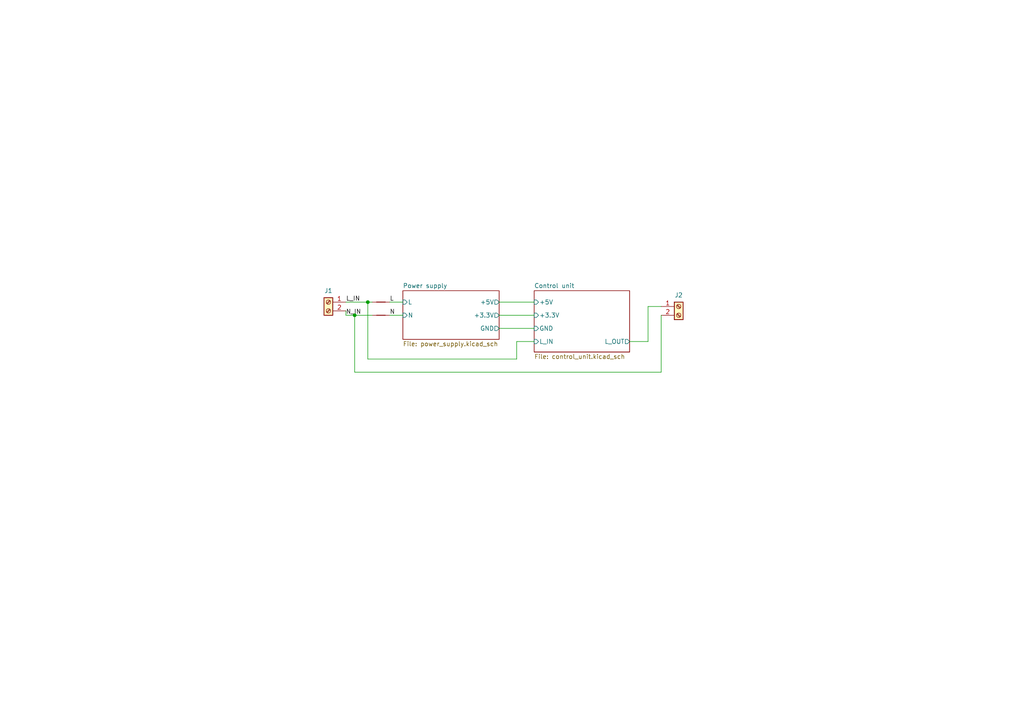
<source format=kicad_sch>
(kicad_sch (version 20250114) (generator "eeschema") (generator_version "9.0")
  (paper "A4")
  (title_block (title "ESP32-H2 smart relay") (date "2025-05-01") (rev "0.1") (company "SIVAKOV.TECH") (comment 1 "SMD version for manufacturing"))
  (lib_symbols
    (symbol "Device:NetTie_2" (pin_numbers (hide yes)) (pin_names (offset 0) (hide yes)) (in_bom no)
      (property "Reference" "NT" (at 0 1.27 0))
      (property "Value" "NetTie_2" (at 0 -1.27 0))
      (symbol "NetTie_2_0_1"
        (polyline (pts (xy -1.27 0) (xy 1.27 0)) (stroke (width 0.254)))
      )
      (symbol "NetTie_2_1_1"
        (pin passive line (at -2.54 0 0) (length 2.54) (name "1") (number "1"))
        (pin passive line (at 2.54 0 180) (length 2.54) (name "2") (number "2"))
      )
    )
    (symbol "Screw_Terminal_01x02_2" (pin_names (offset 1.016) (hide yes))
      (property "Reference" "J" (at 0 2.54 0))
      (property "Value" "Screw_Terminal_01x02" (at 0 -5.08 0))
      (symbol "Screw_Terminal_01x02_2_1_1"
        (rectangle (start -1.27 1.27) (end 1.27 -3.81) (stroke (width 0.254)) (fill (type background)))
        (polyline (pts (xy -0.5334 0.3302) (xy 0.3302 -0.508)) (stroke (width 0.1524)))
        (polyline (pts (xy -0.5334 -2.2098) (xy 0.3302 -3.048)) (stroke (width 0.1524)))
        (polyline (pts (xy -0.3556 0.508) (xy 0.508 -0.3302)) (stroke (width 0.1524)))
        (polyline (pts (xy -0.3556 -2.032) (xy 0.508 -2.8702)) (stroke (width 0.1524)))
        (circle (center 0 0) (radius 0.635) (stroke (width 0.1524)))
        (circle (center 0 -2.54) (radius 0.635) (stroke (width 0.1524)))
        (pin passive line (at -5.08 0 0) (length 3.81) (name "Pin_1") (number "1"))
        (pin passive line (at -5.08 -2.54 0) (length 3.81) (name "Pin_2") (number "2"))
      )
    )
  )
  (junction (at 102.87 91.44))
  (junction (at 106.68 87.63))
  (wire (pts (xy 144.78 95.25) (xy 154.94 95.25)))
  (wire (pts (xy 144.78 91.44) (xy 154.94 91.44)))
  (wire (pts (xy 149.86 99.06) (xy 154.94 99.06)))
  (wire (pts (xy 102.87 91.44) (xy 102.87 107.95)))
  (wire (pts (xy 102.87 107.95) (xy 191.77 107.95)))
  (wire (pts (xy 100.33 87.63) (xy 106.68 87.63)))
  (wire (pts (xy 187.96 99.06) (xy 187.96 88.9)))
  (wire (pts (xy 191.77 91.44) (xy 191.77 107.95)))
  (wire (pts (xy 100.33 91.44) (xy 102.87 91.44)))
  (wire (pts (xy 106.68 87.63) (xy 107.95 87.63)))
  (wire (pts (xy 187.96 88.9) (xy 191.77 88.9)))
  (wire (pts (xy 182.626 99.06) (xy 187.96 99.06)))
  (wire (pts (xy 113.03 91.44) (xy 116.84 91.44)))
  (wire (pts (xy 106.68 104.14) (xy 149.86 104.14)))
  (wire (pts (xy 100.33 90.17) (xy 100.33 91.44)))
  (wire (pts (xy 102.87 91.44) (xy 107.95 91.44)))
  (wire (pts (xy 106.68 87.63) (xy 106.68 104.14)))
  (wire (pts (xy 144.78 87.63) (xy 154.94 87.63)))
  (wire (pts (xy 149.86 104.14) (xy 149.86 99.06)))
  (wire (pts (xy 113.03 87.63) (xy 116.84 87.63)))
  (label "L_IN" (at 100.33 87.63 0))
  (label "L" (at 113.03 87.63 0))
  (label "N_IN" (at 100.33 91.44 0))
  (label "N" (at 113.03 91.44 0))
  (symbol (lib_name "Screw_Terminal_01x02_2") (lib_id "Connector:Screw_Terminal_01x02") (at 196.85 88.9 0) (unit 1)
    (property "Reference" "J2" (at 196.85 85.598 0))
    (property "Value" "Screw_Terminal_01x02" (effects (hide yes)))
    (property "Footprint" "TerminalBlock_Phoenix:TerminalBlock_Phoenix_PT-1,5-2-5.0-H_1x02_P5.00mm_Horizontal" (effects (hide yes)))
    (property "Description" "Generic screw terminal, single row, 01x02, script generated (kicad-library-utils/schlib/autogen/connector/)" (effects (hide yes)))
    (property "JLCPCB" "C5188438" (effects (hide yes)))
  )
  (symbol (lib_name "Screw_Terminal_01x02_2") (lib_id "Connector:Screw_Terminal_01x02") (at 95.25 87.63 0) (mirror y) (unit 1)
    (property "Reference" "J1" (at 95.25 84.328 0))
    (property "Value" "Screw_Terminal_01x02" (effects (hide yes)))
    (property "Footprint" "TerminalBlock_Phoenix:TerminalBlock_Phoenix_PT-1,5-2-5.0-H_1x02_P5.00mm_Horizontal" (effects (hide yes)))
    (property "Description" "Generic screw terminal, single row, 01x02, script generated (kicad-library-utils/schlib/autogen/connector/)" (effects (hide yes)))
    (property "JLCPCB" "C5188438" (effects (hide yes)))
  )
  (symbol (lib_id "Device:NetTie_2") (at 110.49 91.44 0) (unit 1) (in_bom no)
    (property "Reference" "NT2" (effects (hide yes)))
    (property "Value" "NetTie_2" (effects (hide yes)))
    (property "Description" "Net tie, 2 pins" (effects (hide yes)))
  )
  (symbol (lib_id "Device:NetTie_2") (at 110.49 87.63 0) (unit 1) (in_bom no)
    (property "Reference" "NT1" (effects (hide yes)))
    (property "Value" "NetTie_2" (effects (hide yes)))
    (property "Description" "Net tie, 2 pins" (effects (hide yes)))
  )
  (sheet (at 116.84 84.328) (size 27.94 14.097) (stroke (width 0.1524))
    (property "Sheetname" "Power supply" (at 116.84 83.6164 0) (effects (justify left bottom)))
    (property "Sheetfile" "power_supply.kicad_sch" (at 116.84 99.0096 0) (effects (justify left top)))
    (pin "+3.3V" output (at 144.78 91.44 0))
    (pin "+5V" output (at 144.78 87.63 0))
    (pin "GND" output (at 144.78 95.25 0))
    (pin "L" input (at 116.84 87.63 180))
    (pin "N" input (at 116.84 91.44 180))
  )
  (sheet (at 154.94 84.328) (size 27.686 17.78) (stroke (width 0.1524))
    (property "Sheetname" "Control unit" (at 154.94 83.6164 0) (effects (justify left bottom)))
    (property "Sheetfile" "control_unit.kicad_sch" (at 154.94 102.6926 0) (effects (justify left top)))
    (pin "+3.3V" input (at 154.94 91.44 180))
    (pin "+5V" input (at 154.94 87.63 180))
    (pin "GND" input (at 154.94 95.25 180))
    (pin "L_IN" input (at 154.94 99.06 180))
    (pin "L_OUT" output (at 182.626 99.06 0))
  )
)
</source>
